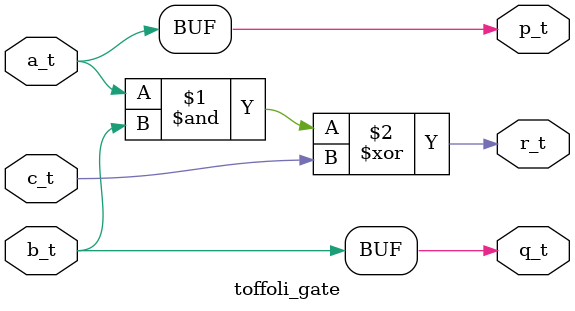
<source format=v>
module toffoli_gate(a_t, b_t, c_t, p_t, q_t, r_t);
input a_t, b_t, c_t;
output p_t, q_t, r_t;

assign p_t = a_t;
assign q_t = b_t;
assign r_t = (a_t & b_t) ^ c_t; // can work as carry for half adder if c=0
endmodule
</source>
